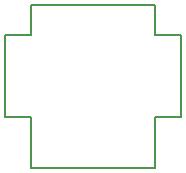
<source format=gbr>
G04 #@! TF.FileFunction,Profile,NP*
%FSLAX46Y46*%
G04 Gerber Fmt 4.6, Leading zero omitted, Abs format (unit mm)*
G04 Created by KiCad (PCBNEW 4.0.7) date 07/03/18 10:56:41*
%MOMM*%
%LPD*%
G01*
G04 APERTURE LIST*
%ADD10C,0.100000*%
%ADD11C,0.150000*%
G04 APERTURE END LIST*
D10*
D11*
X160700000Y-97200000D02*
X160500000Y-97200000D01*
X160500000Y-104200000D02*
X160700000Y-104200000D01*
X146000000Y-104200000D02*
X145800000Y-104200000D01*
X146000000Y-97200000D02*
X145800000Y-97200000D01*
X158500000Y-94700000D02*
X148000000Y-94700000D01*
X158500000Y-97200000D02*
X158500000Y-94700000D01*
X148000000Y-97200000D02*
X148000000Y-94700000D01*
X160500000Y-97200000D02*
X158500000Y-97200000D01*
X160700000Y-104200000D02*
X160700000Y-97200000D01*
X158500000Y-104200000D02*
X160500000Y-104200000D01*
X158500000Y-108500000D02*
X158500000Y-104200000D01*
X146000000Y-97200000D02*
X148000000Y-97200000D01*
X145800000Y-104200000D02*
X145800000Y-97200000D01*
X148000000Y-104200000D02*
X146000000Y-104200000D01*
X148000000Y-108500000D02*
X148000000Y-104200000D01*
X158500000Y-108500000D02*
X148000000Y-108500000D01*
M02*

</source>
